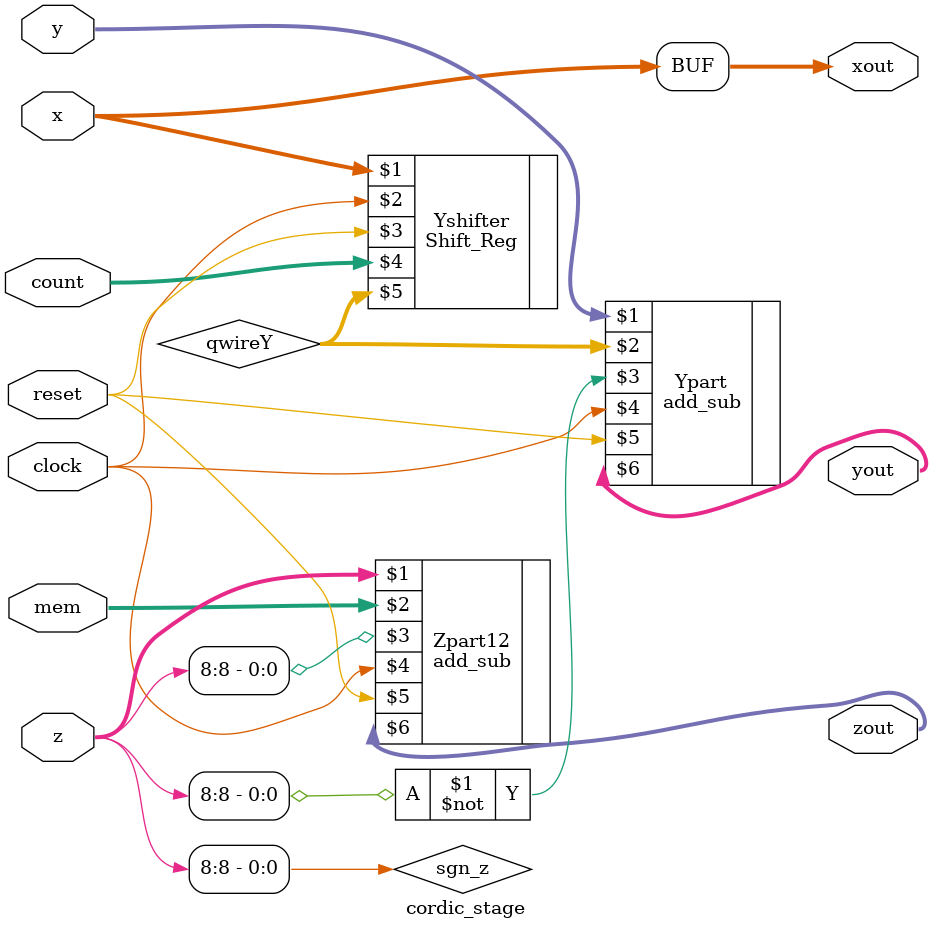
<source format=v>
`timescale 1ns / 1ps

module cordic_stage(
    input [8:0] x,
    input [8:0] y,
    input [8:0] z,
    input [8:0] mem,
    input [2:0] count,
    input clock,
    input reset,
    output [8:0] xout,
    output [8:0] yout,
    output [8:0] zout
    );
    wire sgn_z;
    wire [8:0] qwireY;
   
    
    assign sgn_z=z[8];
       add_sub Zpart12(z,mem,sgn_z,clock,reset,zout);
 Shift_Reg Yshifter(x,clock,reset,count,qwireY);
    
    add_sub Ypart(y,qwireY,~sgn_z,clock,reset,yout);
    assign xout=x;
   
     endmodule

</source>
